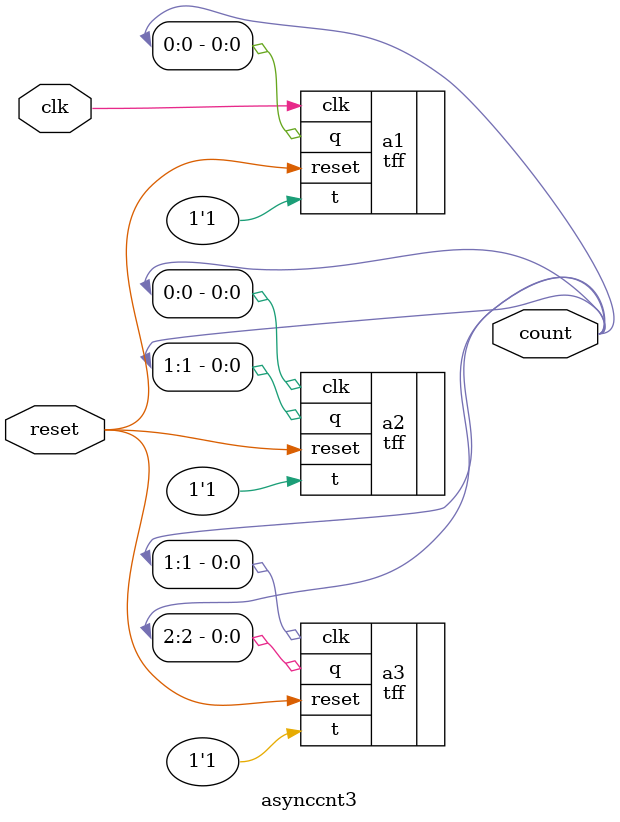
<source format=v>
module asynccnt3(clk,reset,count);
	input clk,reset;
	output [2:0] count;
	tff a1 (.t(1'b1), .clk(clk)     ,.reset(reset), .q(count[0]));
	tff a2 (.t(1'b1), .clk(count[0]),.reset(reset), .q(count[1]));
	tff a3 (.t(1'b1), .clk(count[1]),.reset(reset), .q(count[2]));
endmodule

</source>
